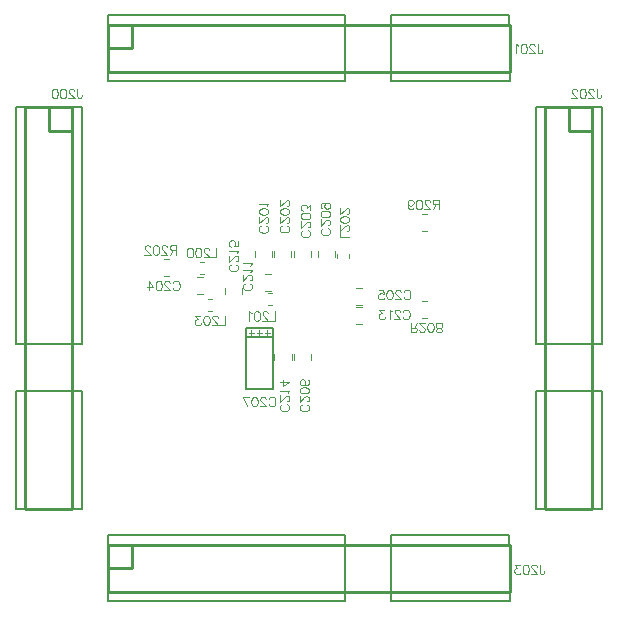
<source format=gbo>
G04*
G04 #@! TF.GenerationSoftware,Altium Limited,Altium Designer,21.4.1 (30)*
G04*
G04 Layer_Color=32896*
%FSLAX44Y44*%
%MOMM*%
G71*
G04*
G04 #@! TF.SameCoordinates,32E730F9-F919-4429-9A71-2B0F18EA1AEE*
G04*
G04*
G04 #@! TF.FilePolarity,Positive*
G04*
G01*
G75*
%ADD12C,0.1000*%
%ADD13C,0.2000*%
%ADD14C,0.2540*%
%ADD15C,0.1200*%
D12*
X212590Y229402D02*
X217090D01*
X214840Y227402D02*
Y231402D01*
X199090Y229402D02*
X203590D01*
X201340Y227402D02*
Y231402D01*
X208090Y227402D02*
Y231402D01*
X205840Y229402D02*
X210340D01*
D13*
X2060Y80000D02*
Y180150D01*
Y80000D02*
X9909D01*
X2060Y180150D02*
X10950D01*
X50320D01*
X2060Y420180D02*
X9888D01*
X2060Y219520D02*
X2060Y420180D01*
X2060Y219520D02*
X10950D01*
X50320D01*
X57940Y80196D02*
Y180346D01*
X49660Y80196D02*
X57940D01*
X48618Y180346D02*
X57940D01*
X49680Y420376D02*
X57940D01*
X57940Y219716D01*
X48618D02*
X57940D01*
X280284Y488618D02*
Y497940D01*
X79624Y497940D02*
X280284Y497940D01*
X79624Y489680D02*
Y497940D01*
X319654Y488618D02*
Y497940D01*
X419804Y489660D02*
Y497940D01*
X319654D02*
X419804D01*
X280480Y450950D02*
Y490320D01*
Y442060D02*
Y450950D01*
X79820Y442060D02*
X280480Y442060D01*
X79820Y442060D02*
Y449888D01*
X319850Y450950D02*
Y490320D01*
Y442060D02*
Y450950D01*
X420000Y442060D02*
Y449909D01*
X319850Y442060D02*
X420000D01*
X442060Y80000D02*
Y180150D01*
Y80000D02*
X449909D01*
X442060Y180150D02*
X450950D01*
X490320D01*
X442060Y420180D02*
X449888D01*
X442060Y219520D02*
X442060Y420180D01*
X442060Y219520D02*
X450950D01*
X490320D01*
X497940Y80196D02*
Y180346D01*
X489660Y80196D02*
X497940D01*
X488618Y180346D02*
X497940D01*
X489680Y420376D02*
X497940D01*
X497940Y219716D01*
X488618D02*
X497940D01*
X280284Y48618D02*
Y57940D01*
X79624Y57940D02*
X280284Y57940D01*
X79624Y49680D02*
Y57940D01*
X319654Y48618D02*
Y57940D01*
X419804Y49660D02*
Y57940D01*
X319654D02*
X419804D01*
X280480Y10950D02*
Y50320D01*
Y2060D02*
Y10950D01*
X79820Y2060D02*
X280480Y2060D01*
X79820Y2060D02*
Y9888D01*
X319850Y10950D02*
Y50320D01*
Y2060D02*
Y10950D01*
X420000Y2060D02*
Y9909D01*
X319850Y2060D02*
X420000D01*
X196840Y181651D02*
X219340D01*
X196840D02*
Y225651D01*
X219340Y181651D02*
Y225651D01*
X196840Y233151D02*
X219340D01*
Y225652D02*
Y233151D01*
X196840Y225651D02*
Y233151D01*
Y225651D02*
X219340D01*
D14*
X9909Y80000D02*
X49908D01*
X49987D02*
Y420000D01*
X9787Y80000D02*
Y420000D01*
X30000Y400000D02*
Y420000D01*
Y400000D02*
X49987D01*
X9888Y420376D02*
X49888D01*
X79624Y449888D02*
Y489888D01*
X100000Y470000D02*
Y489987D01*
X80000Y470000D02*
X100000D01*
X80000Y449787D02*
X420000D01*
X80000Y489987D02*
X420000D01*
Y449909D02*
Y489908D01*
X449909Y80000D02*
X489908D01*
X489987D02*
Y420000D01*
X449787Y80000D02*
Y420000D01*
X470000Y400000D02*
Y420000D01*
Y400000D02*
X489987D01*
X449888Y420376D02*
X489888D01*
X79624Y9888D02*
Y49888D01*
X100000Y30000D02*
Y49987D01*
X80000Y30000D02*
X100000D01*
X80000Y9787D02*
X420000D01*
X80000Y49987D02*
X420000D01*
Y9909D02*
Y49908D01*
D15*
X127079Y291640D02*
X131621D01*
X127079Y276940D02*
X131621D01*
X345754Y256493D02*
X350296D01*
X345754Y241793D02*
X350296D01*
X345754Y315286D02*
X350296D01*
X345754Y329986D02*
X350296D01*
X158202Y279190D02*
X161458D01*
X158202Y289390D02*
X161458D01*
X215352Y252520D02*
X218608D01*
X215352Y262720D02*
X218608D01*
X274110Y292948D02*
Y296203D01*
X284310Y292948D02*
Y296203D01*
X164552Y257640D02*
X167808D01*
X164552Y247440D02*
X167808D01*
X204550Y293588D02*
Y298813D01*
X219250Y293588D02*
Y298813D01*
X235190Y293588D02*
Y298813D01*
X220490Y293588D02*
Y298813D01*
X237570Y293588D02*
Y298813D01*
X252270Y293588D02*
Y298813D01*
X155592Y276400D02*
X160817D01*
X155592Y261700D02*
X160817D01*
X290288Y267510D02*
X295513D01*
X290288Y252810D02*
X295513D01*
X237576Y206288D02*
Y211513D01*
X252276Y206288D02*
Y211513D01*
X272590Y293588D02*
Y298813D01*
X257890Y293588D02*
Y298813D01*
X213097Y278940D02*
X218323D01*
X213097Y264240D02*
X218323D01*
X290288Y236300D02*
X295513D01*
X290288Y251000D02*
X295513D01*
X235483Y206288D02*
Y211513D01*
X220783Y206288D02*
Y211513D01*
X179150Y262348D02*
Y267573D01*
X193850Y262348D02*
Y267573D01*
X445602Y33019D02*
Y26925D01*
X445983Y25783D01*
X446364Y25402D01*
X447126Y25021D01*
X447888D01*
X448649Y25402D01*
X449030Y25783D01*
X449411Y26925D01*
Y27687D01*
X443165Y31115D02*
Y31496D01*
X442784Y32257D01*
X442403Y32638D01*
X441641Y33019D01*
X440118D01*
X439356Y32638D01*
X438975Y32257D01*
X438594Y31496D01*
Y30734D01*
X438975Y29972D01*
X439737Y28830D01*
X443546Y25021D01*
X438214D01*
X434138Y33019D02*
X435281Y32638D01*
X436043Y31496D01*
X436423Y29591D01*
Y28449D01*
X436043Y26544D01*
X435281Y25402D01*
X434138Y25021D01*
X433376D01*
X432234Y25402D01*
X431472Y26544D01*
X431091Y28449D01*
Y29591D01*
X431472Y31496D01*
X432234Y32638D01*
X433376Y33019D01*
X434138D01*
X428539D02*
X424350D01*
X426635Y29972D01*
X425492D01*
X424731Y29591D01*
X424350Y29210D01*
X423969Y28068D01*
Y27306D01*
X424350Y26163D01*
X425112Y25402D01*
X426254Y25021D01*
X427397D01*
X428539Y25402D01*
X428920Y25783D01*
X429301Y26544D01*
X266065Y317670D02*
X266826Y317289D01*
X267588Y316528D01*
X267969Y315766D01*
Y314242D01*
X267588Y313480D01*
X266826Y312719D01*
X266065Y312338D01*
X264922Y311957D01*
X263018D01*
X261875Y312338D01*
X261113Y312719D01*
X260352Y313480D01*
X259971Y314242D01*
Y315766D01*
X260352Y316528D01*
X261113Y317289D01*
X261875Y317670D01*
X266065Y320298D02*
X266446D01*
X267207Y320679D01*
X267588Y321060D01*
X267969Y321822D01*
Y323345D01*
X267588Y324107D01*
X267207Y324488D01*
X266446Y324869D01*
X265684D01*
X264922Y324488D01*
X263780Y323726D01*
X259971Y319917D01*
Y325249D01*
X267969Y329325D02*
X267588Y328182D01*
X266446Y327420D01*
X264541Y327039D01*
X263399D01*
X261494Y327420D01*
X260352Y328182D01*
X259971Y329325D01*
Y330087D01*
X260352Y331229D01*
X261494Y331991D01*
X263399Y332372D01*
X264541D01*
X266446Y331991D01*
X267588Y331229D01*
X267969Y330087D01*
Y329325D01*
X265303Y339113D02*
X264160Y338732D01*
X263399Y337971D01*
X263018Y336828D01*
Y336447D01*
X263399Y335304D01*
X264160Y334543D01*
X265303Y334162D01*
X265684D01*
X266826Y334543D01*
X267588Y335304D01*
X267969Y336447D01*
Y336828D01*
X267588Y337971D01*
X266826Y338732D01*
X265303Y339113D01*
X263399D01*
X261494Y338732D01*
X260352Y337971D01*
X259971Y336828D01*
Y336066D01*
X260352Y334924D01*
X261113Y334543D01*
X135056Y271145D02*
X135437Y271907D01*
X136199Y272668D01*
X136960Y273049D01*
X138484D01*
X139245Y272668D01*
X140007Y271907D01*
X140388Y271145D01*
X140769Y270002D01*
Y268098D01*
X140388Y266955D01*
X140007Y266194D01*
X139245Y265432D01*
X138484Y265051D01*
X136960D01*
X136199Y265432D01*
X135437Y266194D01*
X135056Y266955D01*
X132428Y271145D02*
Y271526D01*
X132047Y272287D01*
X131666Y272668D01*
X130904Y273049D01*
X129381D01*
X128619Y272668D01*
X128238Y272287D01*
X127857Y271526D01*
Y270764D01*
X128238Y270002D01*
X129000Y268860D01*
X132809Y265051D01*
X127477D01*
X123401Y273049D02*
X124544Y272668D01*
X125306Y271526D01*
X125686Y269621D01*
Y268479D01*
X125306Y266574D01*
X124544Y265432D01*
X123401Y265051D01*
X122640D01*
X121497Y265432D01*
X120735Y266574D01*
X120354Y268479D01*
Y269621D01*
X120735Y271526D01*
X121497Y272668D01*
X122640Y273049D01*
X123401D01*
X114755D02*
X118564Y267717D01*
X112851D01*
X114755Y273049D02*
Y265051D01*
X216145Y172975D02*
X216526Y173736D01*
X217288Y174498D01*
X218050Y174879D01*
X219573D01*
X220335Y174498D01*
X221097Y173736D01*
X221478Y172975D01*
X221859Y171832D01*
Y169928D01*
X221478Y168785D01*
X221097Y168023D01*
X220335Y167262D01*
X219573Y166881D01*
X218050D01*
X217288Y167262D01*
X216526Y168023D01*
X216145Y168785D01*
X213517Y172975D02*
Y173356D01*
X213137Y174117D01*
X212756Y174498D01*
X211994Y174879D01*
X210470D01*
X209709Y174498D01*
X209328Y174117D01*
X208947Y173356D01*
Y172594D01*
X209328Y171832D01*
X210090Y170690D01*
X213898Y166881D01*
X208566D01*
X204491Y174879D02*
X205633Y174498D01*
X206395Y173356D01*
X206776Y171451D01*
Y170309D01*
X206395Y168404D01*
X205633Y167262D01*
X204491Y166881D01*
X203729D01*
X202586Y167262D01*
X201825Y168404D01*
X201444Y170309D01*
Y171451D01*
X201825Y173356D01*
X202586Y174498D01*
X203729Y174879D01*
X204491D01*
X194321D02*
X198130Y166881D01*
X199654Y174879D02*
X194321D01*
X178692Y243839D02*
Y235841D01*
X174121D01*
X172864Y241935D02*
Y242316D01*
X172483Y243077D01*
X172103Y243458D01*
X171341Y243839D01*
X169817D01*
X169056Y243458D01*
X168675Y243077D01*
X168294Y242316D01*
Y241554D01*
X168675Y240792D01*
X169436Y239650D01*
X173245Y235841D01*
X167913D01*
X163838Y243839D02*
X164980Y243458D01*
X165742Y242316D01*
X166123Y240411D01*
Y239269D01*
X165742Y237364D01*
X164980Y236222D01*
X163838Y235841D01*
X163076D01*
X161933Y236222D01*
X161172Y237364D01*
X160791Y239269D01*
Y240411D01*
X161172Y242316D01*
X161933Y243458D01*
X163076Y243839D01*
X163838D01*
X158239D02*
X154049D01*
X156334Y240792D01*
X155192D01*
X154430Y240411D01*
X154049Y240030D01*
X153668Y238888D01*
Y238126D01*
X154049Y236984D01*
X154811Y236222D01*
X155954Y235841D01*
X157096D01*
X158239Y236222D01*
X158620Y236603D01*
X159001Y237364D01*
X360149Y341875D02*
Y333877D01*
Y341875D02*
X356721D01*
X355579Y341494D01*
X355198Y341114D01*
X354817Y340352D01*
Y339590D01*
X355198Y338828D01*
X355579Y338447D01*
X356721Y338066D01*
X360149D01*
X357483D02*
X354817Y333877D01*
X352646Y339971D02*
Y340352D01*
X352265Y341114D01*
X351884Y341494D01*
X351122Y341875D01*
X349599D01*
X348837Y341494D01*
X348456Y341114D01*
X348075Y340352D01*
Y339590D01*
X348456Y338828D01*
X349218Y337686D01*
X353027Y333877D01*
X347695D01*
X343619Y341875D02*
X344762Y341494D01*
X345524Y340352D01*
X345905Y338447D01*
Y337305D01*
X345524Y335400D01*
X344762Y334258D01*
X343619Y333877D01*
X342858D01*
X341715Y334258D01*
X340953Y335400D01*
X340572Y337305D01*
Y338447D01*
X340953Y340352D01*
X341715Y341494D01*
X342858Y341875D01*
X343619D01*
X333831Y339209D02*
X334212Y338066D01*
X334973Y337305D01*
X336116Y336924D01*
X336497D01*
X337640Y337305D01*
X338401Y338066D01*
X338782Y339209D01*
Y339590D01*
X338401Y340733D01*
X337640Y341494D01*
X336497Y341875D01*
X336116D01*
X334973Y341494D01*
X334212Y340733D01*
X333831Y339209D01*
Y337305D01*
X334212Y335400D01*
X334973Y334258D01*
X336116Y333877D01*
X336878D01*
X338021Y334258D01*
X338401Y335019D01*
X336180Y229904D02*
Y237902D01*
Y229904D02*
X339608D01*
X340751Y230285D01*
X341132Y230666D01*
X341513Y231427D01*
Y232189D01*
X341132Y232951D01*
X340751Y233332D01*
X339608Y233713D01*
X336180D01*
X338847D02*
X341513Y237902D01*
X343684Y231808D02*
Y231427D01*
X344064Y230666D01*
X344445Y230285D01*
X345207Y229904D01*
X346731D01*
X347492Y230285D01*
X347873Y230666D01*
X348254Y231427D01*
Y232189D01*
X347873Y232951D01*
X347112Y234093D01*
X343303Y237902D01*
X348635D01*
X352710Y229904D02*
X351568Y230285D01*
X350806Y231427D01*
X350425Y233332D01*
Y234474D01*
X350806Y236379D01*
X351568Y237521D01*
X352710Y237902D01*
X353472D01*
X354615Y237521D01*
X355376Y236379D01*
X355757Y234474D01*
Y233332D01*
X355376Y231427D01*
X354615Y230285D01*
X353472Y229904D01*
X352710D01*
X359452D02*
X358309Y230285D01*
X357928Y231046D01*
Y231808D01*
X358309Y232570D01*
X359071Y232951D01*
X360594Y233332D01*
X361737Y233713D01*
X362499Y234474D01*
X362879Y235236D01*
Y236379D01*
X362499Y237140D01*
X362118Y237521D01*
X360975Y237902D01*
X359452D01*
X358309Y237521D01*
X357928Y237140D01*
X357547Y236379D01*
Y235236D01*
X357928Y234474D01*
X358690Y233713D01*
X359833Y233332D01*
X361356Y232951D01*
X362118Y232570D01*
X362499Y231808D01*
Y231046D01*
X362118Y230285D01*
X360975Y229904D01*
X359452D01*
X137496Y303364D02*
Y295366D01*
Y303364D02*
X134068D01*
X132926Y302983D01*
X132545Y302603D01*
X132164Y301841D01*
Y301079D01*
X132545Y300317D01*
X132926Y299937D01*
X134068Y299556D01*
X137496D01*
X134830D02*
X132164Y295366D01*
X129993Y301460D02*
Y301841D01*
X129612Y302603D01*
X129231Y302983D01*
X128469Y303364D01*
X126946D01*
X126184Y302983D01*
X125803Y302603D01*
X125422Y301841D01*
Y301079D01*
X125803Y300317D01*
X126565Y299175D01*
X130374Y295366D01*
X125042D01*
X120966Y303364D02*
X122109Y302983D01*
X122871Y301841D01*
X123251Y299937D01*
Y298794D01*
X122871Y296889D01*
X122109Y295747D01*
X120966Y295366D01*
X120204D01*
X119062Y295747D01*
X118300Y296889D01*
X117919Y298794D01*
Y299937D01*
X118300Y301841D01*
X119062Y302983D01*
X120204Y303364D01*
X120966D01*
X115748Y301460D02*
Y301841D01*
X115367Y302603D01*
X114986Y302983D01*
X114225Y303364D01*
X112701D01*
X111939Y302983D01*
X111559Y302603D01*
X111178Y301841D01*
Y301079D01*
X111559Y300317D01*
X112320Y299175D01*
X116129Y295366D01*
X110797D01*
X284479Y310004D02*
X276481D01*
Y314574D01*
X282575Y315831D02*
X282956D01*
X283717Y316212D01*
X284098Y316593D01*
X284479Y317354D01*
Y318878D01*
X284098Y319639D01*
X283717Y320020D01*
X282956Y320401D01*
X282194D01*
X281432Y320020D01*
X280290Y319259D01*
X276481Y315450D01*
Y320782D01*
X284479Y324857D02*
X284098Y323715D01*
X282956Y322953D01*
X281051Y322572D01*
X279909D01*
X278004Y322953D01*
X276862Y323715D01*
X276481Y324857D01*
Y325619D01*
X276862Y326762D01*
X278004Y327523D01*
X279909Y327904D01*
X281051D01*
X282956Y327523D01*
X284098Y326762D01*
X284479Y325619D01*
Y324857D01*
X282575Y330075D02*
X282956D01*
X283717Y330456D01*
X284098Y330837D01*
X284479Y331599D01*
Y333122D01*
X284098Y333884D01*
X283717Y334265D01*
X282956Y334646D01*
X282194D01*
X281432Y334265D01*
X280290Y333503D01*
X276481Y329695D01*
Y335027D01*
X221278Y247499D02*
Y239501D01*
X216707D01*
X215450Y245595D02*
Y245976D01*
X215070Y246737D01*
X214689Y247118D01*
X213927Y247499D01*
X212403D01*
X211642Y247118D01*
X211261Y246737D01*
X210880Y245976D01*
Y245214D01*
X211261Y244452D01*
X212022Y243309D01*
X215831Y239501D01*
X210499D01*
X206424Y247499D02*
X207566Y247118D01*
X208328Y245976D01*
X208709Y244071D01*
Y242929D01*
X208328Y241024D01*
X207566Y239882D01*
X206424Y239501D01*
X205662D01*
X204519Y239882D01*
X203758Y241024D01*
X203377Y242929D01*
Y244071D01*
X203758Y245976D01*
X204519Y247118D01*
X205662Y247499D01*
X206424D01*
X201587Y245976D02*
X200825Y246357D01*
X199682Y247499D01*
Y239501D01*
X171707Y300989D02*
Y292991D01*
X167136D01*
X165879Y299085D02*
Y299466D01*
X165498Y300227D01*
X165118Y300608D01*
X164356Y300989D01*
X162832D01*
X162071Y300608D01*
X161690Y300227D01*
X161309Y299466D01*
Y298704D01*
X161690Y297942D01*
X162451Y296800D01*
X166260Y292991D01*
X160928D01*
X156853Y300989D02*
X157995Y300608D01*
X158757Y299466D01*
X159138Y297561D01*
Y296419D01*
X158757Y294514D01*
X157995Y293372D01*
X156853Y292991D01*
X156091D01*
X154948Y293372D01*
X154187Y294514D01*
X153806Y296419D01*
Y297561D01*
X154187Y299466D01*
X154948Y300608D01*
X156091Y300989D01*
X156853D01*
X149730D02*
X150873Y300608D01*
X151635Y299466D01*
X152016Y297561D01*
Y296419D01*
X151635Y294514D01*
X150873Y293372D01*
X149730Y292991D01*
X148969D01*
X147826Y293372D01*
X147064Y294514D01*
X146683Y296419D01*
Y297561D01*
X147064Y299466D01*
X147826Y300608D01*
X148969Y300989D01*
X149730D01*
X493841Y435798D02*
Y429704D01*
X494222Y428562D01*
X494603Y428181D01*
X495365Y427800D01*
X496127D01*
X496888Y428181D01*
X497269Y428562D01*
X497650Y429704D01*
Y430466D01*
X491404Y433894D02*
Y434275D01*
X491023Y435037D01*
X490642Y435417D01*
X489880Y435798D01*
X488357D01*
X487595Y435417D01*
X487214Y435037D01*
X486833Y434275D01*
Y433513D01*
X487214Y432751D01*
X487976Y431609D01*
X491785Y427800D01*
X486452D01*
X482377Y435798D02*
X483520Y435417D01*
X484281Y434275D01*
X484662Y432370D01*
Y431228D01*
X484281Y429324D01*
X483520Y428181D01*
X482377Y427800D01*
X481615D01*
X480473Y428181D01*
X479711Y429324D01*
X479330Y431228D01*
Y432370D01*
X479711Y434275D01*
X480473Y435417D01*
X481615Y435798D01*
X482377D01*
X477159Y433894D02*
Y434275D01*
X476778Y435037D01*
X476397Y435417D01*
X475636Y435798D01*
X474112D01*
X473350Y435417D01*
X472970Y435037D01*
X472589Y434275D01*
Y433513D01*
X472970Y432751D01*
X473731Y431609D01*
X477540Y427800D01*
X472208D01*
X443889Y473709D02*
Y467615D01*
X444269Y466473D01*
X444650Y466092D01*
X445412Y465711D01*
X446174D01*
X446935Y466092D01*
X447316Y466473D01*
X447697Y467615D01*
Y468377D01*
X441451Y471805D02*
Y472186D01*
X441070Y472947D01*
X440689Y473328D01*
X439927Y473709D01*
X438404D01*
X437642Y473328D01*
X437261Y472947D01*
X436880Y472186D01*
Y471424D01*
X437261Y470662D01*
X438023Y469520D01*
X441832Y465711D01*
X436500D01*
X432424Y473709D02*
X433567Y473328D01*
X434329Y472186D01*
X434710Y470281D01*
Y469139D01*
X434329Y467234D01*
X433567Y466092D01*
X432424Y465711D01*
X431662D01*
X430520Y466092D01*
X429758Y467234D01*
X429377Y469139D01*
Y470281D01*
X429758Y472186D01*
X430520Y473328D01*
X431662Y473709D01*
X432424D01*
X427587Y472186D02*
X426825Y472566D01*
X425683Y473709D01*
Y465711D01*
X53913Y435798D02*
Y429704D01*
X54294Y428562D01*
X54675Y428181D01*
X55437Y427800D01*
X56199D01*
X56960Y428181D01*
X57341Y428562D01*
X57722Y429704D01*
Y430466D01*
X51476Y433894D02*
Y434275D01*
X51095Y435037D01*
X50714Y435417D01*
X49952Y435798D01*
X48429D01*
X47667Y435417D01*
X47286Y435037D01*
X46905Y434275D01*
Y433513D01*
X47286Y432751D01*
X48048Y431609D01*
X51857Y427800D01*
X46524D01*
X42449Y435798D02*
X43592Y435417D01*
X44353Y434275D01*
X44734Y432370D01*
Y431228D01*
X44353Y429324D01*
X43592Y428181D01*
X42449Y427800D01*
X41687D01*
X40545Y428181D01*
X39783Y429324D01*
X39402Y431228D01*
Y432370D01*
X39783Y434275D01*
X40545Y435417D01*
X41687Y435798D01*
X42449D01*
X35327D02*
X36469Y435417D01*
X37231Y434275D01*
X37612Y432370D01*
Y431228D01*
X37231Y429324D01*
X36469Y428181D01*
X35327Y427800D01*
X34565D01*
X33422Y428181D01*
X32661Y429324D01*
X32280Y431228D01*
Y432370D01*
X32661Y434275D01*
X33422Y435417D01*
X34565Y435798D01*
X35327D01*
X188595Y287023D02*
X189356Y286642D01*
X190118Y285880D01*
X190499Y285119D01*
Y283595D01*
X190118Y282833D01*
X189356Y282072D01*
X188595Y281691D01*
X187452Y281310D01*
X185548D01*
X184405Y281691D01*
X183643Y282072D01*
X182882Y282833D01*
X182501Y283595D01*
Y285119D01*
X182882Y285880D01*
X183643Y286642D01*
X184405Y287023D01*
X188595Y289651D02*
X188976D01*
X189737Y290032D01*
X190118Y290413D01*
X190499Y291175D01*
Y292698D01*
X190118Y293460D01*
X189737Y293841D01*
X188976Y294221D01*
X188214D01*
X187452Y293841D01*
X186310Y293079D01*
X182501Y289270D01*
Y294602D01*
X188976Y296392D02*
X189356Y297154D01*
X190499Y298297D01*
X182501D01*
X190499Y306828D02*
Y303020D01*
X187071Y302639D01*
X187452Y303020D01*
X187833Y304162D01*
Y305305D01*
X187452Y306447D01*
X186690Y307209D01*
X185548Y307590D01*
X184786D01*
X183643Y307209D01*
X182882Y306447D01*
X182501Y305305D01*
Y304162D01*
X182882Y303020D01*
X183263Y302639D01*
X184024Y302258D01*
X231775Y168723D02*
X232537Y168342D01*
X233298Y167580D01*
X233679Y166818D01*
Y165295D01*
X233298Y164533D01*
X232537Y163771D01*
X231775Y163390D01*
X230632Y163009D01*
X228728D01*
X227585Y163390D01*
X226824Y163771D01*
X226062Y164533D01*
X225681Y165295D01*
Y166818D01*
X226062Y167580D01*
X226824Y168342D01*
X227585Y168723D01*
X231775Y171351D02*
X232156D01*
X232917Y171731D01*
X233298Y172112D01*
X233679Y172874D01*
Y174398D01*
X233298Y175159D01*
X232917Y175540D01*
X232156Y175921D01*
X231394D01*
X230632Y175540D01*
X229490Y174778D01*
X225681Y170970D01*
Y176302D01*
X232156Y178092D02*
X232537Y178854D01*
X233679Y179996D01*
X225681D01*
X233679Y187766D02*
X228347Y183957D01*
Y189671D01*
X233679Y187766D02*
X225681D01*
X329817Y247015D02*
X330198Y247777D01*
X330960Y248538D01*
X331721Y248919D01*
X333245D01*
X334007Y248538D01*
X334768Y247777D01*
X335149Y247015D01*
X335530Y245872D01*
Y243968D01*
X335149Y242825D01*
X334768Y242064D01*
X334007Y241302D01*
X333245Y240921D01*
X331721D01*
X330960Y241302D01*
X330198Y242064D01*
X329817Y242825D01*
X327189Y247015D02*
Y247396D01*
X326808Y248157D01*
X326427Y248538D01*
X325666Y248919D01*
X324142D01*
X323380Y248538D01*
X322999Y248157D01*
X322618Y247396D01*
Y246634D01*
X322999Y245872D01*
X323761Y244730D01*
X327570Y240921D01*
X322238D01*
X320448Y247396D02*
X319686Y247777D01*
X318543Y248919D01*
Y240921D01*
X313820Y248919D02*
X309631D01*
X311916Y245872D01*
X310773D01*
X310012Y245491D01*
X309631Y245110D01*
X309250Y243968D01*
Y243206D01*
X309631Y242064D01*
X310393Y241302D01*
X311535Y240921D01*
X312678D01*
X313820Y241302D01*
X314201Y241683D01*
X314582Y242444D01*
X200025Y270957D02*
X200787Y270576D01*
X201548Y269814D01*
X201929Y269053D01*
Y267529D01*
X201548Y266767D01*
X200787Y266006D01*
X200025Y265625D01*
X198882Y265244D01*
X196978D01*
X195835Y265625D01*
X195074Y266006D01*
X194312Y266767D01*
X193931Y267529D01*
Y269053D01*
X194312Y269814D01*
X195074Y270576D01*
X195835Y270957D01*
X200025Y273585D02*
X200406D01*
X201167Y273966D01*
X201548Y274347D01*
X201929Y275108D01*
Y276632D01*
X201548Y277394D01*
X201167Y277775D01*
X200406Y278155D01*
X199644D01*
X198882Y277775D01*
X197740Y277013D01*
X193931Y273204D01*
Y278536D01*
X200406Y280326D02*
X200787Y281088D01*
X201929Y282231D01*
X193931D01*
X200406Y286192D02*
X200787Y286954D01*
X201929Y288096D01*
X193931D01*
X248285Y168475D02*
X249046Y168094D01*
X249808Y167332D01*
X250189Y166571D01*
Y165047D01*
X249808Y164285D01*
X249046Y163524D01*
X248285Y163143D01*
X247142Y162762D01*
X245238D01*
X244095Y163143D01*
X243333Y163524D01*
X242572Y164285D01*
X242191Y165047D01*
Y166571D01*
X242572Y167332D01*
X243333Y168094D01*
X244095Y168475D01*
X248285Y171103D02*
X248666D01*
X249427Y171484D01*
X249808Y171865D01*
X250189Y172626D01*
Y174150D01*
X249808Y174912D01*
X249427Y175293D01*
X248666Y175673D01*
X247904D01*
X247142Y175293D01*
X246000Y174531D01*
X242191Y170722D01*
Y176054D01*
X250189Y180130D02*
X249808Y178987D01*
X248666Y178225D01*
X246761Y177844D01*
X245619D01*
X243714Y178225D01*
X242572Y178987D01*
X242191Y180130D01*
Y180891D01*
X242572Y182034D01*
X243714Y182796D01*
X245619Y183177D01*
X246761D01*
X248666Y182796D01*
X249808Y182034D01*
X250189Y180891D01*
Y180130D01*
X249046Y189537D02*
X249808Y189156D01*
X250189Y188014D01*
Y187252D01*
X249808Y186109D01*
X248666Y185348D01*
X246761Y184967D01*
X244857D01*
X243333Y185348D01*
X242572Y186109D01*
X242191Y187252D01*
Y187633D01*
X242572Y188775D01*
X243333Y189537D01*
X244476Y189918D01*
X244857D01*
X246000Y189537D01*
X246761Y188775D01*
X247142Y187633D01*
Y187252D01*
X246761Y186109D01*
X246000Y185348D01*
X244857Y184967D01*
X330445Y263525D02*
X330826Y264286D01*
X331588Y265048D01*
X332350Y265429D01*
X333873D01*
X334635Y265048D01*
X335397Y264286D01*
X335778Y263525D01*
X336158Y262382D01*
Y260478D01*
X335778Y259335D01*
X335397Y258573D01*
X334635Y257812D01*
X333873Y257431D01*
X332350D01*
X331588Y257812D01*
X330826Y258573D01*
X330445Y259335D01*
X327817Y263525D02*
Y263906D01*
X327436Y264667D01*
X327056Y265048D01*
X326294Y265429D01*
X324770D01*
X324009Y265048D01*
X323628Y264667D01*
X323247Y263906D01*
Y263144D01*
X323628Y262382D01*
X324390Y261240D01*
X328198Y257431D01*
X322866D01*
X318791Y265429D02*
X319933Y265048D01*
X320695Y263906D01*
X321076Y262001D01*
Y260859D01*
X320695Y258954D01*
X319933Y257812D01*
X318791Y257431D01*
X318029D01*
X316886Y257812D01*
X316125Y258954D01*
X315744Y260859D01*
Y262001D01*
X316125Y263906D01*
X316886Y265048D01*
X318029Y265429D01*
X318791D01*
X309383D02*
X313192D01*
X313573Y262001D01*
X313192Y262382D01*
X312049Y262763D01*
X310907D01*
X309764Y262382D01*
X309002Y261620D01*
X308622Y260478D01*
Y259716D01*
X309002Y258573D01*
X309764Y257812D01*
X310907Y257431D01*
X312049D01*
X313192Y257812D01*
X313573Y258193D01*
X313954Y258954D01*
X249555Y316020D02*
X250317Y315639D01*
X251078Y314877D01*
X251459Y314115D01*
Y312592D01*
X251078Y311830D01*
X250317Y311068D01*
X249555Y310688D01*
X248412Y310307D01*
X246508D01*
X245365Y310688D01*
X244604Y311068D01*
X243842Y311830D01*
X243461Y312592D01*
Y314115D01*
X243842Y314877D01*
X244604Y315639D01*
X245365Y316020D01*
X249555Y318648D02*
X249936D01*
X250697Y319029D01*
X251078Y319409D01*
X251459Y320171D01*
Y321695D01*
X251078Y322456D01*
X250697Y322837D01*
X249936Y323218D01*
X249174D01*
X248412Y322837D01*
X247270Y322076D01*
X243461Y318267D01*
Y323599D01*
X251459Y327674D02*
X251078Y326532D01*
X249936Y325770D01*
X248031Y325389D01*
X246889D01*
X244984Y325770D01*
X243842Y326532D01*
X243461Y327674D01*
Y328436D01*
X243842Y329579D01*
X244984Y330340D01*
X246889Y330721D01*
X248031D01*
X249936Y330340D01*
X251078Y329579D01*
X251459Y328436D01*
Y327674D01*
Y333273D02*
Y337463D01*
X248412Y335177D01*
Y336320D01*
X248031Y337082D01*
X247650Y337463D01*
X246508Y337844D01*
X245746D01*
X244604Y337463D01*
X243842Y336701D01*
X243461Y335558D01*
Y334416D01*
X243842Y333273D01*
X244223Y332892D01*
X244984Y332511D01*
X231775Y319895D02*
X232537Y319514D01*
X233298Y318752D01*
X233679Y317990D01*
Y316467D01*
X233298Y315705D01*
X232537Y314943D01*
X231775Y314562D01*
X230632Y314182D01*
X228728D01*
X227585Y314562D01*
X226824Y314943D01*
X226062Y315705D01*
X225681Y316467D01*
Y317990D01*
X226062Y318752D01*
X226824Y319514D01*
X227585Y319895D01*
X231775Y322523D02*
X232156D01*
X232917Y322904D01*
X233298Y323284D01*
X233679Y324046D01*
Y325570D01*
X233298Y326331D01*
X232917Y326712D01*
X232156Y327093D01*
X231394D01*
X230632Y326712D01*
X229490Y325951D01*
X225681Y322142D01*
Y327474D01*
X233679Y331549D02*
X233298Y330407D01*
X232156Y329645D01*
X230251Y329264D01*
X229109D01*
X227204Y329645D01*
X226062Y330407D01*
X225681Y331549D01*
Y332311D01*
X226062Y333454D01*
X227204Y334216D01*
X229109Y334596D01*
X230251D01*
X232156Y334216D01*
X233298Y333454D01*
X233679Y332311D01*
Y331549D01*
X231775Y336767D02*
X232156D01*
X232917Y337148D01*
X233298Y337529D01*
X233679Y338291D01*
Y339814D01*
X233298Y340576D01*
X232917Y340957D01*
X232156Y341338D01*
X231394D01*
X230632Y340957D01*
X229490Y340195D01*
X225681Y336386D01*
Y341719D01*
X213995Y319858D02*
X214757Y319478D01*
X215518Y318716D01*
X215899Y317954D01*
Y316431D01*
X215518Y315669D01*
X214757Y314907D01*
X213995Y314526D01*
X212852Y314145D01*
X210948D01*
X209805Y314526D01*
X209044Y314907D01*
X208282Y315669D01*
X207901Y316431D01*
Y317954D01*
X208282Y318716D01*
X209044Y319478D01*
X209805Y319858D01*
X213995Y322486D02*
X214376D01*
X215137Y322867D01*
X215518Y323248D01*
X215899Y324010D01*
Y325533D01*
X215518Y326295D01*
X215137Y326676D01*
X214376Y327057D01*
X213614D01*
X212852Y326676D01*
X211710Y325914D01*
X207901Y322106D01*
Y327438D01*
X215899Y331513D02*
X215518Y330370D01*
X214376Y329609D01*
X212471Y329228D01*
X211329D01*
X209424Y329609D01*
X208282Y330370D01*
X207901Y331513D01*
Y332275D01*
X208282Y333418D01*
X209424Y334179D01*
X211329Y334560D01*
X212471D01*
X214376Y334179D01*
X215518Y333418D01*
X215899Y332275D01*
Y331513D01*
X214376Y336350D02*
X214757Y337112D01*
X215899Y338255D01*
X207901D01*
M02*

</source>
